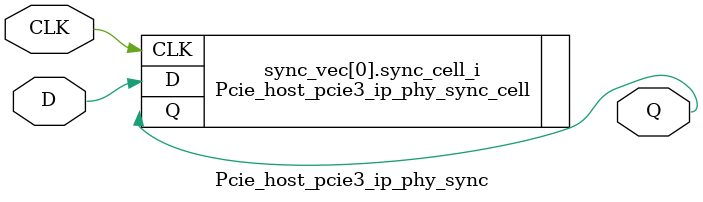
<source format=v>





`timescale 1ps / 1ps



//-------------------------------------------------------------------------------------------------
//  PHY Synchronizer Module
//-------------------------------------------------------------------------------------------------
module Pcie_host_pcie3_ip_phy_sync #
(
    parameter integer WIDTH = 1, 
    parameter integer STAGE = 2
)
(
    //-------------------------------------------------------------------------- 
    //  Input Ports
    //-------------------------------------------------------------------------- 
    input                               CLK,
    input       [WIDTH-1:0]             D,
    
    //-------------------------------------------------------------------------- 
    //  Output Ports
    //-------------------------------------------------------------------------- 
    output      [WIDTH-1:0]             Q
);                                                        



//--------------------------------------------------------------------------------------------------
//  Generate Synchronizer - Begin
//--------------------------------------------------------------------------------------------------
genvar i;

generate for (i=0; i<WIDTH; i=i+1) 

    begin : sync_vec

    //----------------------------------------------------------------------
    //  Synchronizer
    //----------------------------------------------------------------------
Pcie_host_pcie3_ip_phy_sync_cell #
    (
        .STAGE                            (STAGE)
    )    
    sync_cell_i
    (
        //------------------------------------------------------------------
        //  Input Ports
        //------------------------------------------------------------------
        .CLK                              (CLK),
        .D                                (D[i]),

        //------------------------------------------------------------------
        //  Output Ports
        //------------------------------------------------------------------
        .Q                                (Q[i])
    );
 
    end   
      
endgenerate 
//--------------------------------------------------------------------------------------------------
//  Generate - End
//--------------------------------------------------------------------------------------------------



endmodule





</source>
